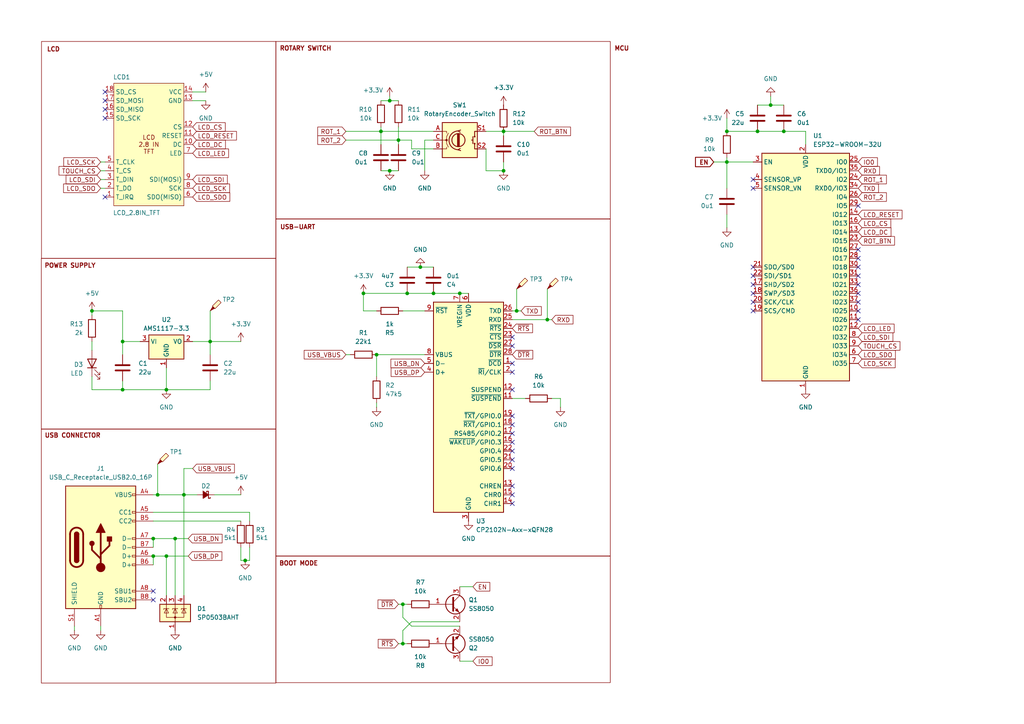
<source format=kicad_sch>
(kicad_sch (version 20250114) (generator "eeschema") (generator_version "9.0")
  (paper "A4")
  (title_block (title "Desk Control") (date "2025-03-02") (rev "1.0.0") (comment 1 "Author: Mubariz Ahmed"))
  (lib_symbols
    (symbol "Connector:TestPoint_Probe" (pin_numbers (hide yes)) (pin_names (offset 0.762) (hide yes))
      (property "Reference" "TP" (at 1.651 5.842 0))
      (property "Value" "TestPoint_Probe" (at 1.651 4.064 0))
      (symbol "TestPoint_Probe_1_1"
        (pin passive line (at 0 0 90) (length 0) (name "1") (number "1"))
      )
    )
    (symbol "Connector:USB_C_Receptacle_USB2.0_16P" (pin_names (offset 1.016))
      (property "Reference" "J" (at 0 22.225 0))
      (property "Value" "USB_C_Receptacle_USB2.0_16P" (at 0 19.685 0))
      (symbol "USB_C_Receptacle_USB2.0_16P_1_1"
        (pin passive line (at -7.62 -22.86 90) (length 5.08) (name "SHIELD") (number "S1"))
        (pin passive line (at 0 -22.86 90) (length 5.08) (name "GND") (number "A1"))
        (pin passive line (at 0 -22.86 90) (length 5.08) (hide yes) (name "GND") (number "A12"))
        (pin passive line (at 0 -22.86 90) (length 5.08) (hide yes) (name "GND") (number "B1"))
        (pin passive line (at 0 -22.86 90) (length 5.08) (hide yes) (name "GND") (number "B12"))
        (pin passive line (at 15.24 15.24 180) (length 5.08) (name "VBUS") (number "A4"))
        (pin passive line (at 15.24 15.24 180) (length 5.08) (hide yes) (name "VBUS") (number "A9"))
        (pin passive line (at 15.24 15.24 180) (length 5.08) (hide yes) (name "VBUS") (number "B4"))
        (pin passive line (at 15.24 15.24 180) (length 5.08) (hide yes) (name "VBUS") (number "B9"))
        (pin bidirectional line (at 15.24 10.16 180) (length 5.08) (name "CC1") (number "A5"))
        (pin bidirectional line (at 15.24 7.62 180) (length 5.08) (name "CC2") (number "B5"))
        (pin bidirectional line (at 15.24 2.54 180) (length 5.08) (name "D-") (number "A7"))
        (pin bidirectional line (at 15.24 0 180) (length 5.08) (name "D-") (number "B7"))
        (pin bidirectional line (at 15.24 -2.54 180) (length 5.08) (name "D+") (number "A6"))
        (pin bidirectional line (at 15.24 -5.08 180) (length 5.08) (name "D+") (number "B6"))
        (pin bidirectional line (at 15.24 -12.7 180) (length 5.08) (name "SBU1") (number "A8"))
        (pin bidirectional line (at 15.24 -15.24 180) (length 5.08) (name "SBU2") (number "B8"))
      )
    )
    (symbol "Custom:LCD_2.8IN_TFT"
      (property "Reference" "LCD" (at -10.414 20.066 0))
      (symbol "LCD_2.8IN_TFT_1_1"
        (text "LCD\n2.8 IN\nTFT" (at 0 0 0) (effects (font (size 1.27 1.27))))
        (pin bidirectional line (at -12.7 15.24 0) (length 2.54) (name "SD_CS") (number "18"))
        (pin bidirectional line (at -12.7 12.7 0) (length 2.54) (name "SD_MOSI") (number "17"))
        (pin bidirectional line (at -12.7 10.16 0) (length 2.54) (name "SD_MISO") (number "16"))
        (pin bidirectional line (at -12.7 7.62 0) (length 2.54) (name "SD_SCK") (number "15"))
        (pin bidirectional line (at -12.7 -5.08 0) (length 2.54) (name "T_CLK") (number "5"))
        (pin bidirectional line (at -12.7 -7.62 0) (length 2.54) (name "T_CS") (number "4"))
        (pin input line (at -12.7 -10.16 0) (length 2.54) (name "T_DIN") (number "3"))
        (pin output line (at -12.7 -12.7 0) (length 2.54) (name "T_DO") (number "2"))
        (pin output line (at -12.7 -15.24 0) (length 2.54) (name "T_IRQ") (number "1"))
        (pin power_in line (at 12.7 15.24 180) (length 2.54) (name "VCC") (number "14"))
        (pin power_in line (at 12.7 12.7 180) (length 2.54) (name "GND") (number "13"))
        (pin bidirectional line (at 12.7 5.08 180) (length 2.54) (name "CS") (number "12"))
        (pin input line (at 12.7 2.54 180) (length 2.54) (name "RESET") (number "11"))
        (pin bidirectional line (at 12.7 0 180) (length 2.54) (name "DC") (number "10"))
        (pin input line (at 12.7 -2.54 180) (length 2.54) (name "LED") (number "7"))
        (pin bidirectional line (at 12.7 -10.16 180) (length 2.54) (name "SDI(MOSI)") (number "9"))
        (pin bidirectional line (at 12.7 -12.7 180) (length 2.54) (name "SCK") (number "8"))
        (pin bidirectional line (at 12.7 -15.24 180) (length 2.54) (name "SDO(MISO)") (number "6"))
      )
    )
    (symbol "Device:C" (pin_numbers (hide yes)) (pin_names (offset 0.254))
      (property "Reference" "C" (at 0.635 2.54 0))
      (property "Value" "C" (at 0.635 -2.54 0))
      (symbol "C_1_1"
        (pin passive line (at 0 3.81 270) (length 2.794) (name "~") (number "1"))
        (pin passive line (at 0 -3.81 90) (length 2.794) (name "~") (number "2"))
      )
    )
    (symbol "Device:D_Schottky_Small_Filled" (pin_numbers (hide yes)) (pin_names (offset 0.254) (hide yes))
      (property "Reference" "D" (at -1.27 2.032 0))
      (property "Value" "D_Schottky_Small_Filled" (at -7.112 -2.032 0))
      (symbol "D_Schottky_Small_Filled_1_1"
        (pin passive line (at -2.54 0 0) (length 1.778) (name "K") (number "1"))
        (pin passive line (at 2.54 0 180) (length 1.778) (name "A") (number "2"))
      )
    )
    (symbol "Device:LED" (pin_numbers (hide yes)) (pin_names (offset 1.016) (hide yes))
      (property "Reference" "D" (at 0 2.54 0))
      (property "Value" "LED" (at 0 -2.54 0))
      (symbol "LED_1_1"
        (pin passive line (at -3.81 0 0) (length 2.54) (name "K") (number "1"))
        (pin passive line (at 3.81 0 180) (length 2.54) (name "A") (number "2"))
      )
    )
    (symbol "Device:R" (pin_numbers (hide yes)) (pin_names (offset 0))
      (property "Reference" "R" (at 2.032 0 90))
      (property "Value" "R" (at 0 0 90))
      (symbol "R_1_1"
        (pin passive line (at 0 3.81 270) (length 1.27) (name "~") (number "1"))
        (pin passive line (at 0 -3.81 90) (length 1.27) (name "~") (number "2"))
      )
    )
    (symbol "Device:RotaryEncoder_Switch" (pin_names (offset 0.254) (hide yes))
      (property "Reference" "SW" (at 0 6.604 0))
      (property "Value" "RotaryEncoder_Switch" (at 0 -6.604 0))
      (symbol "RotaryEncoder_Switch_1_1"
        (pin passive line (at -7.62 2.54 0) (length 2.54) (name "A") (number "A"))
        (pin passive line (at -7.62 0 0) (length 2.54) (name "C") (number "C"))
        (pin passive line (at -7.62 -2.54 0) (length 2.54) (name "B") (number "B"))
        (pin passive line (at 7.62 2.54 180) (length 2.54) (name "S1") (number "S1"))
        (pin passive line (at 7.62 -2.54 180) (length 2.54) (name "S2") (number "S2"))
      )
    )
    (symbol "Interface_USB:CP2102N-Axx-xQFN28"
      (property "Reference" "U" (at -8.89 31.75 0))
      (property "Value" "CP2102N-Axx-xQFN28" (at 12.7 31.75 0))
      (symbol "CP2102N-Axx-xQFN28_1_1"
        (pin input line (at -12.7 27.94 0) (length 2.54) (name "~{RST}") (number "9"))
        (pin input line (at -12.7 15.24 0) (length 2.54) (name "VBUS") (number "8"))
        (pin bidirectional line (at -12.7 12.7 0) (length 2.54) (name "D-") (number "5"))
        (pin bidirectional line (at -12.7 10.16 0) (length 2.54) (name "D+") (number "4"))
        (pin no_connect line (at -10.16 -27.94 0) (length 2.54) (hide yes) (name "NC") (number "10"))
        (pin power_in line (at -2.54 33.02 270) (length 2.54) (name "VREGIN") (number "7"))
        (pin power_in line (at 0 33.02 270) (length 2.54) (name "VDD") (number "6"))
        (pin passive line (at 0 -33.02 90) (length 2.54) (hide yes) (name "GND") (number "29"))
        (pin power_in line (at 0 -33.02 90) (length 2.54) (name "GND") (number "3"))
        (pin output line (at 12.7 27.94 180) (length 2.54) (name "TXD") (number "26"))
        (pin input line (at 12.7 25.4 180) (length 2.54) (name "RXD") (number "25"))
        (pin output line (at 12.7 22.86 180) (length 2.54) (name "~{RTS}") (number "24"))
        (pin input line (at 12.7 20.32 180) (length 2.54) (name "~{CTS}") (number "23"))
        (pin input line (at 12.7 17.78 180) (length 2.54) (name "~{DSR}") (number "27"))
        (pin output line (at 12.7 15.24 180) (length 2.54) (name "~{DTR}") (number "28"))
        (pin input line (at 12.7 12.7 180) (length 2.54) (name "~{DCD}") (number "1"))
        (pin bidirectional line (at 12.7 10.16 180) (length 2.54) (name "~{RI}/CLK") (number "2"))
        (pin output line (at 12.7 5.08 180) (length 2.54) (name "SUSPEND") (number "12"))
        (pin output line (at 12.7 2.54 180) (length 2.54) (name "~{SUSPEND}") (number "11"))
        (pin bidirectional line (at 12.7 -2.54 180) (length 2.54) (name "~{TXT}/GPIO.0") (number "19"))
        (pin bidirectional line (at 12.7 -5.08 180) (length 2.54) (name "~{RXT}/GPIO.1") (number "18"))
        (pin bidirectional line (at 12.7 -7.62 180) (length 2.54) (name "RS485/GPIO.2") (number "17"))
        (pin bidirectional line (at 12.7 -10.16 180) (length 2.54) (name "~{WAKEUP}/GPIO.3") (number "16"))
        (pin bidirectional line (at 12.7 -12.7 180) (length 2.54) (name "GPIO.4") (number "22"))
        (pin bidirectional line (at 12.7 -15.24 180) (length 2.54) (name "GPIO.5") (number "21"))
        (pin bidirectional line (at 12.7 -17.78 180) (length 2.54) (name "GPIO.6") (number "20"))
        (pin output line (at 12.7 -22.86 180) (length 2.54) (name "CHREN") (number "13"))
        (pin output line (at 12.7 -25.4 180) (length 2.54) (name "CHR0") (number "15"))
        (pin output line (at 12.7 -27.94 180) (length 2.54) (name "CHR1") (number "14"))
      )
    )
    (symbol "Power_Protection:SP0503BAHT" (pin_names (hide yes))
      (property "Reference" "D" (at 5.715 2.54 0))
      (property "Value" "SP0503BAHT" (at 5.715 0.635 0))
      (symbol "SP0503BAHT_0_0"
        (pin passive line (at 0 -5.08 90) (length 2.54) (name "A") (number "1"))
      )
      (symbol "SP0503BAHT_1_1"
        (pin passive line (at -2.54 5.08 270) (length 2.54) (name "K") (number "2"))
        (pin passive line (at 0 5.08 270) (length 2.54) (name "K") (number "3"))
        (pin passive line (at 2.54 5.08 270) (length 2.54) (name "K") (number "4"))
      )
    )
    (symbol "RF_Module:ESP32-WROOM-32U"
      (property "Reference" "U" (at -12.7 34.29 0))
      (property "Value" "ESP32-WROOM-32U" (at 1.27 34.29 0))
      (symbol "ESP32-WROOM-32U_1_1"
        (pin input line (at -15.24 30.48 0) (length 2.54) (name "EN") (number "3"))
        (pin input line (at -15.24 25.4 0) (length 2.54) (name "SENSOR_VP") (number "4"))
        (pin input line (at -15.24 22.86 0) (length 2.54) (name "SENSOR_VN") (number "5"))
        (pin bidirectional line (at -15.24 0 0) (length 2.54) (name "SDO/SD0") (number "21"))
        (pin bidirectional line (at -15.24 -2.54 0) (length 2.54) (name "SDI/SD1") (number "22"))
        (pin bidirectional line (at -15.24 -5.08 0) (length 2.54) (name "SHD/SD2") (number "17"))
        (pin bidirectional line (at -15.24 -7.62 0) (length 2.54) (name "SWP/SD3") (number "18"))
        (pin bidirectional line (at -15.24 -10.16 0) (length 2.54) (name "SCK/CLK") (number "20"))
        (pin bidirectional line (at -15.24 -12.7 0) (length 2.54) (name "SCS/CMD") (number "19"))
        (pin no_connect line (at -12.7 -27.94 0) (length 2.54) (hide yes) (name "NC") (number "32"))
        (pin power_in line (at 0 35.56 270) (length 2.54) (name "VDD") (number "2"))
        (pin power_in line (at 0 -35.56 90) (length 2.54) (name "GND") (number "1"))
        (pin passive line (at 0 -35.56 90) (length 2.54) (hide yes) (name "GND") (number "15"))
        (pin passive line (at 0 -35.56 90) (length 2.54) (hide yes) (name "GND") (number "38"))
        (pin passive line (at 0 -35.56 90) (length 2.54) (hide yes) (name "GND") (number "39"))
        (pin bidirectional line (at 15.24 30.48 180) (length 2.54) (name "IO0") (number "25"))
        (pin bidirectional line (at 15.24 27.94 180) (length 2.54) (name "TXD0/IO1") (number "35"))
        (pin bidirectional line (at 15.24 25.4 180) (length 2.54) (name "IO2") (number "24"))
        (pin bidirectional line (at 15.24 22.86 180) (length 2.54) (name "RXD0/IO3") (number "34"))
        (pin bidirectional line (at 15.24 20.32 180) (length 2.54) (name "IO4") (number "26"))
        (pin bidirectional line (at 15.24 17.78 180) (length 2.54) (name "IO5") (number "29"))
        (pin bidirectional line (at 15.24 15.24 180) (length 2.54) (name "IO12") (number "14"))
        (pin bidirectional line (at 15.24 12.7 180) (length 2.54) (name "IO13") (number "16"))
        (pin bidirectional line (at 15.24 10.16 180) (length 2.54) (name "IO14") (number "13"))
        (pin bidirectional line (at 15.24 7.62 180) (length 2.54) (name "IO15") (number "23"))
        (pin bidirectional line (at 15.24 5.08 180) (length 2.54) (name "IO16") (number "27"))
        (pin bidirectional line (at 15.24 2.54 180) (length 2.54) (name "IO17") (number "28"))
        (pin bidirectional line (at 15.24 0 180) (length 2.54) (name "IO18") (number "30"))
        (pin bidirectional line (at 15.24 -2.54 180) (length 2.54) (name "IO19") (number "31"))
        (pin bidirectional line (at 15.24 -5.08 180) (length 2.54) (name "IO21") (number "33"))
        (pin bidirectional line (at 15.24 -7.62 180) (length 2.54) (name "IO22") (number "36"))
        (pin bidirectional line (at 15.24 -10.16 180) (length 2.54) (name "IO23") (number "37"))
        (pin bidirectional line (at 15.24 -12.7 180) (length 2.54) (name "IO25") (number "10"))
        (pin bidirectional line (at 15.24 -15.24 180) (length 2.54) (name "IO26") (number "11"))
        (pin bidirectional line (at 15.24 -17.78 180) (length 2.54) (name "IO27") (number "12"))
        (pin bidirectional line (at 15.24 -20.32 180) (length 2.54) (name "IO32") (number "8"))
        (pin bidirectional line (at 15.24 -22.86 180) (length 2.54) (name "IO33") (number "9"))
        (pin input line (at 15.24 -25.4 180) (length 2.54) (name "IO34") (number "6"))
        (pin input line (at 15.24 -27.94 180) (length 2.54) (name "IO35") (number "7"))
      )
    )
    (symbol "Regulator_Linear:AMS1117-3.3"
      (property "Reference" "U" (at -3.81 3.175 0))
      (property "Value" "AMS1117-3.3" (at 0 3.175 0))
      (symbol "AMS1117-3.3_1_1"
        (pin power_in line (at -7.62 0 0) (length 2.54) (name "VI") (number "3"))
        (pin power_in line (at 0 -7.62 90) (length 2.54) (name "GND") (number "1"))
        (pin power_out line (at 7.62 0 180) (length 2.54) (name "VO") (number "2"))
      )
    )
    (symbol "Transistor_BJT:SS8050" (pin_names (offset 0) (hide yes))
      (property "Reference" "Q" (at 5.08 1.905 0))
      (property "Value" "SS8050" (at 5.08 0 0))
      (symbol "SS8050_1_1"
        (pin input line (at -5.08 0 0) (length 2.54) (name "B") (number "1"))
        (pin passive line (at 2.54 5.08 270) (length 2.54) (name "C") (number "3"))
        (pin passive line (at 2.54 -5.08 90) (length 2.54) (name "E") (number "2"))
      )
    )
    (symbol "power:+3.3V" (power) (pin_numbers (hide yes)) (pin_names (offset 0) (hide yes))
      (property "Value" "+3.3V" (at 0 3.556 0))
      (symbol "+3.3V_1_1"
        (pin power_in line (at 0 0 90) (length 0) (name "~") (number "1"))
      )
    )
    (symbol "power:+5V" (power) (pin_numbers (hide yes)) (pin_names (offset 0) (hide yes))
      (property "Value" "+5V" (at 0 3.556 0))
      (symbol "+5V_1_1"
        (pin power_in line (at 0 0 90) (length 0) (name "~") (number "1"))
      )
    )
    (symbol "power:GND" (power) (pin_numbers (hide yes)) (pin_names (offset 0) (hide yes))
      (property "Value" "GND" (at 0 -3.81 0))
      (symbol "GND_1_1"
        (pin power_in line (at 0 0 270) (length 0) (name "~") (number "1"))
      )
    )
  )
  (rectangle (start 12.0367 12.0273) (end 80.01 74.93) (stroke (width 0) (color 132 0 0 1)))
  (rectangle (start 11.9794 74.93) (end 80.01 124.46) (stroke (width 0) (color 132 0 0 1)))
  (rectangle (start 80.01 12.029) (end 177.0104 63.4999) (stroke (width 0) (color 132 0 0 1)))
  (rectangle (start 80.01 161.29) (end 177.0036 197.9974) (stroke (width 0) (color 132 0 0 1)))
  (rectangle (start 11.9845 124.46) (end 80.01 198.12) (stroke (width 0) (color 132 0 0 1)))
  (rectangle (start 80.01 63.5) (end 177.0104 161.2758) (stroke (width 0) (color 132 0 0 1)))
  (text "LCD" (at 15.494 14.478 0) (effects (font (size 1.27 1.27) (thickness 0.254) (bold yes))))
  (text "USB-UART" (at 86.36 66.04 0) (effects (font (size 1.27 1.27) (thickness 0.254) (bold yes))))
  (text "USB CONNECTOR" (at 21.082 126.492 0) (effects (font (size 1.27 1.27) (thickness 0.254) (bold yes))))
  (text "BOOT MODE" (at 86.614 163.576 0) (effects (font (size 1.27 1.27) (thickness 0.254) (bold yes))))
  (text "POWER SUPPLY" (at 20.32 77.216 0) (effects (font (size 1.27 1.27) (thickness 0.254) (bold yes))))
  (text "ROTARY SWITCH" (at 88.646 14.224 0) (effects (font (size 1.27 1.27) (thickness 0.254) (bold yes))))
  (text "MCU" (at 180.34 14.224 0) (effects (font (size 1.27 1.27) (thickness 0.254) (bold yes))))
  (junction (at 149.86 90.17))
  (junction (at 223.52 30.48))
  (junction (at 48.26 113.03))
  (junction (at 118.11 85.09))
  (junction (at 113.03 49.53))
  (junction (at 60.96 99.06))
  (junction (at 71.12 162.56))
  (junction (at 109.22 102.87))
  (junction (at 133.35 85.09))
  (junction (at 146.05 38.1))
  (junction (at 116.84 175.26))
  (junction (at 48.26 161.29))
  (junction (at 44.45 156.21))
  (junction (at 116.84 186.69))
  (junction (at 227.33 38.1))
  (junction (at 113.03 29.21))
  (junction (at 45.72 143.51))
  (junction (at 146.05 49.53))
  (junction (at 219.71 38.1))
  (junction (at 158.75 92.71))
  (junction (at 210.82 46.99))
  (junction (at 115.57 40.64))
  (junction (at 105.41 85.09))
  (junction (at 35.56 113.03))
  (junction (at 44.45 161.29))
  (junction (at 50.8 156.21))
  (junction (at 53.34 143.51))
  (junction (at 210.82 38.1))
  (junction (at 26.67 90.17))
  (junction (at 121.92 77.47))
  (junction (at 125.73 85.09))
  (junction (at 110.49 38.1))
  (junction (at 35.56 99.06))
  (no_connect (at 218.44 85.09))
  (no_connect (at 248.92 80.01))
  (no_connect (at 30.48 57.15))
  (no_connect (at 248.92 72.39))
  (no_connect (at 30.48 34.29))
  (no_connect (at 148.59 133.35))
  (no_connect (at 218.44 87.63))
  (no_connect (at 148.59 113.03))
  (no_connect (at 148.59 128.27))
  (no_connect (at 248.92 87.63))
  (no_connect (at 248.92 74.93))
  (no_connect (at 248.92 85.09))
  (no_connect (at 218.44 54.61))
  (no_connect (at 218.44 82.55))
  (no_connect (at 44.45 173.99))
  (no_connect (at 248.92 90.17))
  (no_connect (at 148.59 140.97))
  (no_connect (at 148.59 120.65))
  (no_connect (at 148.59 100.33))
  (no_connect (at 148.59 130.81))
  (no_connect (at 148.59 123.19))
  (no_connect (at 148.59 125.73))
  (no_connect (at 248.92 92.71))
  (no_connect (at 30.48 26.67))
  (no_connect (at 148.59 105.41))
  (no_connect (at 30.48 31.75))
  (no_connect (at 148.59 146.05))
  (no_connect (at 248.92 77.47))
  (no_connect (at 218.44 52.07))
  (no_connect (at 148.59 97.79))
  (no_connect (at 30.48 29.21))
  (no_connect (at 218.44 77.47))
  (no_connect (at 218.44 90.17))
  (no_connect (at 248.92 82.55))
  (no_connect (at 218.44 80.01))
  (no_connect (at 44.45 171.45))
  (no_connect (at 248.92 59.69))
  (no_connect (at 148.59 107.95))
  (no_connect (at 148.59 143.51))
  (no_connect (at 148.59 135.89))
  (wire (pts (xy 151.13 90.17) (xy 149.86 90.17)))
  (wire (pts (xy 110.49 49.53) (xy 113.03 49.53)))
  (wire (pts (xy 149.86 90.17) (xy 148.59 90.17)))
  (wire (pts (xy 60.96 99.06) (xy 69.85 99.06)))
  (wire (pts (xy 146.05 38.1) (xy 154.94 38.1)))
  (wire (pts (xy 135.89 85.09) (xy 133.35 85.09)))
  (wire (pts (xy 44.45 148.59) (xy 72.39 148.59)))
  (wire (pts (xy 100.33 38.1) (xy 110.49 38.1)))
  (wire (pts (xy 26.67 99.06) (xy 26.67 101.6)))
  (wire (pts (xy 121.92 77.47) (xy 125.73 77.47)))
  (wire (pts (xy 113.03 27.94) (xy 113.03 29.21)))
  (wire (pts (xy 149.86 83.82) (xy 149.86 90.17)))
  (wire (pts (xy 162.56 115.57) (xy 160.02 115.57)))
  (wire (pts (xy 207.01 46.99) (xy 210.82 46.99)))
  (wire (pts (xy 119.38 43.18) (xy 119.38 40.64)))
  (wire (pts (xy 125.73 43.18) (xy 119.38 43.18)))
  (wire (pts (xy 133.35 191.77) (xy 137.16 191.77)))
  (wire (pts (xy 35.56 90.17) (xy 35.56 99.06)))
  (wire (pts (xy 44.45 161.29) (xy 48.26 161.29)))
  (wire (pts (xy 55.88 26.67) (xy 59.69 26.67)))
  (wire (pts (xy 29.21 54.61) (xy 30.48 54.61)))
  (wire (pts (xy 45.72 143.51) (xy 53.34 143.51)))
  (wire (pts (xy 44.45 143.51) (xy 45.72 143.51)))
  (wire (pts (xy 55.88 29.21) (xy 59.69 29.21)))
  (wire (pts (xy 60.96 90.17) (xy 60.96 99.06)))
  (wire (pts (xy 35.56 113.03) (xy 48.26 113.03)))
  (wire (pts (xy 158.75 92.71) (xy 148.59 92.71)))
  (wire (pts (xy 125.73 40.64) (xy 123.19 40.64)))
  (wire (pts (xy 26.67 109.22) (xy 26.67 113.03)))
  (wire (pts (xy 140.97 43.18) (xy 140.97 49.53)))
  (wire (pts (xy 48.26 161.29) (xy 54.61 161.29)))
  (wire (pts (xy 60.96 113.03) (xy 48.26 113.03)))
  (wire (pts (xy 60.96 99.06) (xy 60.96 102.87)))
  (wire (pts (xy 113.03 29.21) (xy 115.57 29.21)))
  (wire (pts (xy 48.26 106.68) (xy 48.26 113.03)))
  (wire (pts (xy 50.8 156.21) (xy 54.61 156.21)))
  (wire (pts (xy 69.85 158.75) (xy 69.85 162.56)))
  (wire (pts (xy 35.56 110.49) (xy 35.56 113.03)))
  (wire (pts (xy 109.22 116.84) (xy 109.22 118.11)))
  (wire (pts (xy 113.03 49.53) (xy 115.57 49.53)))
  (wire (pts (xy 29.21 49.53) (xy 30.48 49.53)))
  (wire (pts (xy 119.38 180.34) (xy 133.35 180.34)))
  (wire (pts (xy 53.34 143.51) (xy 57.15 143.51)))
  (wire (pts (xy 53.34 143.51) (xy 53.34 135.89)))
  (wire (pts (xy 21.59 181.61) (xy 21.59 182.88)))
  (wire (pts (xy 60.96 110.49) (xy 60.96 113.03)))
  (wire (pts (xy 210.82 46.99) (xy 210.82 54.61)))
  (wire (pts (xy 140.97 38.1) (xy 146.05 38.1)))
  (wire (pts (xy 115.57 40.64) (xy 115.57 41.91)))
  (wire (pts (xy 109.22 102.87) (xy 109.22 109.22)))
  (wire (pts (xy 44.45 158.75) (xy 44.45 156.21)))
  (wire (pts (xy 72.39 148.59) (xy 72.39 151.13)))
  (wire (pts (xy 116.84 186.69) (xy 118.11 186.69)))
  (wire (pts (xy 123.19 102.87) (xy 109.22 102.87)))
  (wire (pts (xy 53.34 135.89) (xy 55.88 135.89)))
  (wire (pts (xy 115.57 36.83) (xy 115.57 40.64)))
  (wire (pts (xy 110.49 29.21) (xy 113.03 29.21)))
  (wire (pts (xy 233.68 38.1) (xy 233.68 41.91)))
  (wire (pts (xy 119.38 40.64) (xy 115.57 40.64)))
  (wire (pts (xy 53.34 143.51) (xy 53.34 172.72)))
  (wire (pts (xy 158.75 83.82) (xy 158.75 92.71)))
  (wire (pts (xy 72.39 158.75) (xy 72.39 162.56)))
  (wire (pts (xy 116.84 182.88) (xy 119.38 180.34)))
  (wire (pts (xy 109.22 90.17) (xy 105.41 90.17)))
  (wire (pts (xy 210.82 62.23) (xy 210.82 66.04)))
  (wire (pts (xy 115.57 186.69) (xy 116.84 186.69)))
  (wire (pts (xy 44.45 163.83) (xy 44.45 161.29)))
  (wire (pts (xy 26.67 113.03) (xy 35.56 113.03)))
  (wire (pts (xy 210.82 46.99) (xy 218.44 46.99)))
  (wire (pts (xy 146.05 38.1) (xy 146.05 39.37)))
  (wire (pts (xy 123.19 40.64) (xy 123.19 49.53)))
  (wire (pts (xy 118.11 85.09) (xy 125.73 85.09)))
  (wire (pts (xy 223.52 27.94) (xy 223.52 30.48)))
  (wire (pts (xy 118.11 77.47) (xy 121.92 77.47)))
  (wire (pts (xy 105.41 90.17) (xy 105.41 85.09)))
  (wire (pts (xy 125.73 85.09) (xy 133.35 85.09)))
  (wire (pts (xy 160.02 92.71) (xy 158.75 92.71)))
  (wire (pts (xy 26.67 90.17) (xy 35.56 90.17)))
  (wire (pts (xy 219.71 38.1) (xy 227.33 38.1)))
  (wire (pts (xy 62.23 143.51) (xy 69.85 143.51)))
  (wire (pts (xy 116.84 182.88) (xy 116.84 186.69)))
  (wire (pts (xy 35.56 99.06) (xy 35.56 102.87)))
  (wire (pts (xy 45.72 134.62) (xy 45.72 143.51)))
  (wire (pts (xy 35.56 99.06) (xy 40.64 99.06)))
  (wire (pts (xy 140.97 49.53) (xy 146.05 49.53)))
  (wire (pts (xy 133.35 170.18) (xy 137.16 170.18)))
  (wire (pts (xy 210.82 34.29) (xy 210.82 38.1)))
  (wire (pts (xy 116.84 90.17) (xy 123.19 90.17)))
  (wire (pts (xy 223.52 30.48) (xy 227.33 30.48)))
  (wire (pts (xy 110.49 38.1) (xy 110.49 41.91)))
  (wire (pts (xy 116.84 175.26) (xy 118.11 175.26)))
  (wire (pts (xy 210.82 45.72) (xy 210.82 46.99)))
  (wire (pts (xy 100.33 102.87) (xy 101.6 102.87)))
  (wire (pts (xy 44.45 151.13) (xy 69.85 151.13)))
  (wire (pts (xy 69.85 162.56) (xy 71.12 162.56)))
  (wire (pts (xy 148.59 115.57) (xy 152.4 115.57)))
  (wire (pts (xy 162.56 118.11) (xy 162.56 115.57)))
  (wire (pts (xy 119.38 181.61) (xy 116.84 179.07)))
  (wire (pts (xy 29.21 181.61) (xy 29.21 182.88)))
  (wire (pts (xy 219.71 30.48) (xy 223.52 30.48)))
  (wire (pts (xy 115.57 175.26) (xy 116.84 175.26)))
  (wire (pts (xy 44.45 156.21) (xy 50.8 156.21)))
  (wire (pts (xy 110.49 38.1) (xy 125.73 38.1)))
  (wire (pts (xy 233.68 38.1) (xy 227.33 38.1)))
  (wire (pts (xy 55.88 99.06) (xy 60.96 99.06)))
  (wire (pts (xy 26.67 90.17) (xy 26.67 91.44)))
  (wire (pts (xy 100.33 40.64) (xy 115.57 40.64)))
  (wire (pts (xy 210.82 38.1) (xy 219.71 38.1)))
  (wire (pts (xy 146.05 46.99) (xy 146.05 49.53)))
  (wire (pts (xy 105.41 85.09) (xy 118.11 85.09)))
  (wire (pts (xy 29.21 46.99) (xy 30.48 46.99)))
  (wire (pts (xy 110.49 36.83) (xy 110.49 38.1)))
  (wire (pts (xy 71.12 162.56) (xy 72.39 162.56)))
  (wire (pts (xy 48.26 161.29) (xy 48.26 172.72)))
  (wire (pts (xy 116.84 175.26) (xy 116.84 179.07)))
  (wire (pts (xy 119.38 181.61) (xy 133.35 181.61)))
  (wire (pts (xy 29.21 52.07) (xy 30.48 52.07)))
  (wire (pts (xy 50.8 156.21) (xy 50.8 172.72)))
  (global_label "USB_DP" (shape input) (at 123.19 107.95 180) (property "Intersheetrefs" "${INTERSHEET_REFS}" (effects (hide yes))))
  (global_label "USB_DP" (shape input) (at 54.61 161.29 0) (property "Intersheetrefs" "${INTERSHEET_REFS}" (effects (hide yes))))
  (global_label "LCD_SDO" (shape input) (at 29.21 54.61 180) (property "Intersheetrefs" "${INTERSHEET_REFS}" (effects (hide yes))))
  (global_label "~{DTR}" (shape input) (at 115.57 175.26 180) (property "Intersheetrefs" "${INTERSHEET_REFS}" (effects (hide yes))))
  (global_label "IO0" (shape input) (at 248.92 46.99 0) (property "Intersheetrefs" "${INTERSHEET_REFS}" (effects (hide yes))))
  (global_label "RXD" (shape input) (at 248.92 49.53 0) (property "Intersheetrefs" "${INTERSHEET_REFS}" (effects (hide yes))))
  (global_label "ROT_1" (shape input) (at 248.92 52.07 0) (property "Intersheetrefs" "${INTERSHEET_REFS}" (effects (hide yes))))
  (global_label "LCD_SDO" (shape input) (at 55.88 57.15 0) (property "Intersheetrefs" "${INTERSHEET_REFS}" (effects (hide yes))))
  (global_label "LCD_SDI" (shape input) (at 29.21 52.07 180) (property "Intersheetrefs" "${INTERSHEET_REFS}" (effects (hide yes))))
  (global_label "USB_VBUS" (shape input) (at 55.88 135.89 0) (property "Intersheetrefs" "${INTERSHEET_REFS}" (effects (hide yes))))
  (global_label "LCD_CS" (shape input) (at 248.92 64.77 0) (property "Intersheetrefs" "${INTERSHEET_REFS}" (effects (hide yes))))
  (global_label "LCD_SCK" (shape input) (at 55.88 54.61 0) (property "Intersheetrefs" "${INTERSHEET_REFS}" (effects (hide yes))))
  (global_label "USB_DN" (shape input) (at 123.19 105.41 180) (property "Intersheetrefs" "${INTERSHEET_REFS}" (effects (hide yes))))
  (global_label "LCD_LED" (shape input) (at 55.88 44.45 0) (property "Intersheetrefs" "${INTERSHEET_REFS}" (effects (hide yes))))
  (global_label "TOUCH_CS" (shape input) (at 248.92 100.33 0) (property "Intersheetrefs" "${INTERSHEET_REFS}" (effects (hide yes))))
  (global_label "LCD_RESET" (shape input) (at 55.88 39.37 0) (property "Intersheetrefs" "${INTERSHEET_REFS}" (effects (hide yes))))
  (global_label "USB_VBUS" (shape input) (at 100.33 102.87 180) (property "Intersheetrefs" "${INTERSHEET_REFS}" (effects (hide yes))))
  (global_label "LCD_DC" (shape input) (at 55.88 41.91 0) (property "Intersheetrefs" "${INTERSHEET_REFS}" (effects (hide yes))))
  (global_label "LCD_DC" (shape input) (at 248.92 67.31 0) (property "Intersheetrefs" "${INTERSHEET_REFS}" (effects (hide yes))))
  (global_label "LCD_SCK" (shape input) (at 29.21 46.99 180) (property "Intersheetrefs" "${INTERSHEET_REFS}" (effects (hide yes))))
  (global_label "LCD_CS" (shape input) (at 55.88 36.83 0) (property "Intersheetrefs" "${INTERSHEET_REFS}" (effects (hide yes))))
  (global_label "TXD" (shape input) (at 151.13 90.17 0) (property "Intersheetrefs" "${INTERSHEET_REFS}" (effects (hide yes))))
  (global_label "LCD_SDI" (shape input) (at 248.92 97.79 0) (property "Intersheetrefs" "${INTERSHEET_REFS}" (effects (hide yes))))
  (global_label "~{DTR}" (shape input) (at 148.59 102.87 0) (property "Intersheetrefs" "${INTERSHEET_REFS}" (effects (hide yes))))
  (global_label "~{RTS}" (shape input) (at 148.59 95.25 0) (property "Intersheetrefs" "${INTERSHEET_REFS}" (effects (hide yes))))
  (global_label "LCD_SDI" (shape input) (at 55.88 52.07 0) (property "Intersheetrefs" "${INTERSHEET_REFS}" (effects (hide yes))))
  (global_label "TOUCH_CS" (shape input) (at 29.21 49.53 180) (property "Intersheetrefs" "${INTERSHEET_REFS}" (effects (hide yes))))
  (global_label "ROT_2" (shape input) (at 100.33 40.64 180) (property "Intersheetrefs" "${INTERSHEET_REFS}" (effects (hide yes))))
  (global_label "LCD_SDO" (shape input) (at 248.92 102.87 0) (property "Intersheetrefs" "${INTERSHEET_REFS}" (effects (hide yes))))
  (global_label "TXD" (shape input) (at 248.92 54.61 0) (property "Intersheetrefs" "${INTERSHEET_REFS}" (effects (hide yes))))
  (global_label "ROT_1" (shape input) (at 100.33 38.1 180) (property "Intersheetrefs" "${INTERSHEET_REFS}" (effects (hide yes))))
  (global_label "ROT_2" (shape input) (at 248.92 57.15 0) (property "Intersheetrefs" "${INTERSHEET_REFS}" (effects (hide yes))))
  (global_label "ROT_BTN" (shape input) (at 248.92 69.85 0) (property "Intersheetrefs" "${INTERSHEET_REFS}" (effects (hide yes))))
  (global_label "LCD_RESET" (shape input) (at 248.92 62.23 0) (property "Intersheetrefs" "${INTERSHEET_REFS}" (effects (hide yes))))
  (global_label "ROT_BTN" (shape input) (at 154.94 38.1 0) (property "Intersheetrefs" "${INTERSHEET_REFS}" (effects (hide yes))))
  (global_label "IO0" (shape input) (at 137.16 191.77 0) (property "Intersheetrefs" "${INTERSHEET_REFS}" (effects (hide yes))))
  (global_label "EN" (shape input) (at 207.01 46.99 180) (effects (font (thickness 0.254) (bold yes))) (property "Intersheetrefs" "${INTERSHEET_REFS}" (effects (hide yes))))
  (global_label "EN" (shape input) (at 137.16 170.18 0) (property "Intersheetrefs" "${INTERSHEET_REFS}" (effects (hide yes))))
  (global_label "USB_DN" (shape input) (at 54.61 156.21 0) (property "Intersheetrefs" "${INTERSHEET_REFS}" (effects (hide yes))))
  (global_label "LCD_LED" (shape input) (at 248.92 95.25 0) (property "Intersheetrefs" "${INTERSHEET_REFS}" (effects (hide yes))))
  (global_label "~{RTS}" (shape input) (at 115.57 186.69 180) (property "Intersheetrefs" "${INTERSHEET_REFS}" (effects (hide yes))))
  (global_label "LCD_SCK" (shape input) (at 248.92 105.41 0) (property "Intersheetrefs" "${INTERSHEET_REFS}" (effects (hide yes))))
  (global_label "RXD" (shape input) (at 160.02 92.71 0) (property "Intersheetrefs" "${INTERSHEET_REFS}" (effects (hide yes))))
  (symbol (lib_id "Device:R") (at 146.05 34.29 0) (unit 1)
    (property "Reference" "R12" (at 148.59 33.0199 0) (effects (justify left)))
    (property "Value" "10k" (at 148.59 35.5599 0) (effects (justify left)))
    (property "Footprint" "Resistor_SMD:R_1206_3216Metric" (effects (hide yes)))
    (property "Description" "Resistor" (effects (hide yes)))
  )
  (symbol (lib_id "Connector:TestPoint_Probe") (at 149.86 83.82 0) (unit 1)
    (property "Reference" "TP3" (at 153.67 80.9624 0) (effects (justify left)))
    (property "Value" "TestPoint_Probe" (effects (hide yes)))
    (property "Footprint" "TestPoint:TestPoint_Pad_D1.0mm" (effects (hide yes)))
    (property "Description" "test point (alternative probe-style design)" (effects (hide yes)))
  )
  (symbol (lib_id "power:GND") (at 233.68 113.03 0) (unit 1)
    (property "Reference" "#PWR019" (effects (hide yes)))
    (property "Value" "GND" (at 233.68 118.11 0))
    (property "Description" "Power symbol creates a global label with name \"GND\" , ground" (effects (hide yes)))
  )
  (symbol (lib_id "Device:R") (at 109.22 113.03 180) (unit 1)
    (property "Reference" "R2" (at 111.76 111.7599 0) (effects (justify right)))
    (property "Value" "47k5" (at 111.76 114.2999 0) (effects (justify right)))
    (property "Footprint" "Resistor_SMD:R_1206_3216Metric" (effects (hide yes)))
    (property "Description" "Resistor" (effects (hide yes)))
  )
  (symbol (lib_id "Device:R") (at 121.92 186.69 90) (mirror x) (unit 1)
    (property "Reference" "R8" (at 121.92 193.04 90))
    (property "Value" "10k" (at 121.92 190.5 90))
    (property "Footprint" "Resistor_SMD:R_1206_3216Metric" (effects (hide yes)))
    (property "Description" "Resistor" (effects (hide yes)))
  )
  (symbol (lib_id "power:+3.3V") (at 113.03 27.94 0) (unit 1)
    (property "Reference" "#PWR021" (effects (hide yes)))
    (property "Value" "+3.3V" (at 108.204 26.162 0))
    (property "Description" "Power symbol creates a global label with name \"+3.3V\"" (effects (hide yes)))
  )
  (symbol (lib_id "Device:R") (at 105.41 102.87 90) (unit 1)
    (property "Reference" "R1" (at 105.41 96.52 90))
    (property "Value" "22k1" (at 105.41 99.06 90))
    (property "Footprint" "Resistor_SMD:R_1206_3216Metric" (effects (hide yes)))
    (property "Description" "Resistor" (effects (hide yes)))
  )
  (symbol (lib_id "Device:D_Schottky_Small_Filled") (at 59.69 143.51 180) (unit 1)
    (property "Reference" "D2" (at 59.69 140.97 0))
    (property "Value" "D_Schottky_Small_Filled" (effects (hide yes)))
    (property "Footprint" "Diode_SMD:D_SOD-323F" (effects (hide yes)))
    (property "Description" "Schottky diode, small symbol, filled shape" (effects (hide yes)))
  )
  (symbol (lib_id "Custom:LCD_2.8IN_TFT") (at 43.18 41.91 0) (unit 1)
    (property "Reference" "LCD1" (at 35.306 22.352 0))
    (property "Value" "LCD_2.8IN_TFT" (at 39.624 61.722 0))
    (property "Footprint" "Custom:LCD_2.8_TFT" (effects (hide yes)))
  )
  (symbol (lib_id "power:GND") (at 135.89 151.13 0) (unit 1)
    (property "Reference" "#PWR018" (effects (hide yes)))
    (property "Value" "GND" (at 135.89 156.21 0))
    (property "Description" "Power symbol creates a global label with name \"GND\" , ground" (effects (hide yes)))
  )
  (symbol (lib_id "power:+3.3V") (at 210.82 34.29 0) (unit 1)
    (property "Reference" "#PWR013" (effects (hide yes)))
    (property "Value" "+3.3V" (at 206.502 34.29 0))
    (property "Description" "Power symbol creates a global label with name \"+3.3V\"" (effects (hide yes)))
  )
  (symbol (lib_id "power:+3.3V") (at 105.41 85.09 0) (unit 1)
    (property "Reference" "#PWR07" (effects (hide yes)))
    (property "Value" "+3.3V" (at 105.41 80.01 0))
    (property "Description" "Power symbol creates a global label with name \"+3.3V\"" (effects (hide yes)))
  )
  (symbol (lib_id "power:GND") (at 121.92 77.47 0) (mirror x) (unit 1)
    (property "Reference" "#PWR08" (effects (hide yes)))
    (property "Value" "GND" (at 121.92 72.39 0))
    (property "Description" "Power symbol creates a global label with name \"GND\" , ground" (effects (hide yes)))
  )
  (symbol (lib_id "Device:C") (at 35.56 106.68 0) (unit 1)
    (property "Reference" "C1" (at 40.132 105.41 0) (effects (justify left)))
    (property "Value" "22u" (at 40.132 107.95 0) (effects (justify left)))
    (property "Footprint" "Capacitor_SMD:C_1206_3216Metric_Pad1.33x1.80mm_HandSolder" (effects (hide yes)))
    (property "Description" "Unpolarized capacitor" (effects (hide yes)))
  )
  (symbol (lib_id "Device:R") (at 26.67 95.25 0) (mirror x) (unit 1)
    (property "Reference" "R13" (at 24.13 93.9799 0) (effects (justify right)))
    (property "Value" "2k" (at 24.13 96.5199 0) (effects (justify right)))
    (property "Footprint" "Resistor_SMD:R_1206_3216Metric" (effects (hide yes)))
    (property "Description" "Resistor" (effects (hide yes)))
  )
  (symbol (lib_id "Connector:TestPoint_Probe") (at 60.96 90.17 0) (unit 1)
    (property "Reference" "TP2" (at 64.516 86.868 0) (effects (justify left)))
    (property "Value" "TestPoint_Probe" (effects (hide yes)))
    (property "Footprint" "TestPoint:TestPoint_Pad_D1.0mm" (effects (hide yes)))
    (property "Description" "test point (alternative probe-style design)" (effects (hide yes)))
  )
  (symbol (lib_id "Connector:USB_C_Receptacle_USB2.0_16P") (at 29.21 158.75 0) (unit 1)
    (property "Reference" "J1" (at 29.21 135.89 0))
    (property "Value" "USB_C_Receptacle_USB2.0_16P" (at 29.21 138.43 0))
    (property "Footprint" "Connector_USB:USB_C_Receptacle_GCT_USB4110" (effects (hide yes)))
    (property "Datasheet" "https://www.usb.org/sites/default/files/documents/usb_type-c.zip" (effects (hide yes)))
    (property "Description" "USB 2.0-only 16P Type-C Receptacle connector" (effects (hide yes)))
  )
  (symbol (lib_id "Device:RotaryEncoder_Switch") (at 133.35 40.64 0) (unit 1)
    (property "Reference" "SW1" (at 133.35 30.48 0))
    (property "Value" "RotaryEncoder_Switch" (at 133.35 33.02 0))
    (property "Footprint" "Custom:Bourns-PEC11R-4220F-S0024-0-0-0" (effects (hide yes)))
    (property "Description" "Rotary encoder, dual channel, incremental quadrate outputs, with switch" (effects (hide yes)))
  )
  (symbol (lib_id "Device:R") (at 69.85 154.94 0) (unit 1)
    (property "Reference" "R4" (at 68.326 153.67 0) (effects (justify right)))
    (property "Value" "5k1" (at 68.58 155.956 0) (effects (justify right)))
    (property "Footprint" "Resistor_SMD:R_1206_3216Metric" (effects (hide yes)))
    (property "Description" "Resistor" (effects (hide yes)))
  )
  (symbol (lib_id "Transistor_BJT:SS8050") (at 130.81 186.69 0) (mirror x) (unit 1)
    (property "Reference" "Q2" (at 135.89 187.9601 0) (effects (justify left)))
    (property "Value" "SS8050" (at 135.89 185.4201 0) (effects (justify left)))
    (property "Footprint" "Package_TO_SOT_SMD:SOT-23" (effects (hide yes)))
    (property "Datasheet" "http://www.secosgmbh.com/datasheet/products/SSMPTransistor/SOT-23/SS8050.pdf" (effects (hide yes)))
    (property "Description" "General Purpose NPN Transistor, 1.5A Ic, 25V Vce, SOT-23" (effects (hide yes)))
  )
  (symbol (lib_id "Device:C") (at 115.57 45.72 0) (unit 1)
    (property "Reference" "C9" (at 119.38 44.4499 0) (effects (justify left)))
    (property "Value" "0u1" (at 119.38 46.9899 0) (effects (justify left)))
    (property "Footprint" "Capacitor_SMD:C_1206_3216Metric_Pad1.33x1.80mm_HandSolder" (effects (hide yes)))
    (property "Description" "Unpolarized capacitor" (effects (hide yes)))
  )
  (symbol (lib_id "Connector:TestPoint_Probe") (at 158.75 83.82 0) (unit 1)
    (property "Reference" "TP4" (at 162.56 80.9624 0) (effects (justify left)))
    (property "Value" "TestPoint_Probe" (effects (hide yes)))
    (property "Footprint" "TestPoint:TestPoint_Pad_D1.0mm" (effects (hide yes)))
    (property "Description" "test point (alternative probe-style design)" (effects (hide yes)))
  )
  (symbol (lib_id "power:GND") (at 59.69 29.21 0) (unit 1)
    (property "Reference" "#PWR012" (effects (hide yes)))
    (property "Value" "GND" (at 59.69 34.29 0))
    (property "Description" "Power symbol creates a global label with name \"GND\" , ground" (effects (hide yes)))
  )
  (symbol (lib_id "power:GND") (at 48.26 113.03 0) (unit 1)
    (property "Reference" "#PWR03" (effects (hide yes)))
    (property "Value" "GND" (at 48.26 118.11 0))
    (property "Description" "Power symbol creates a global label with name \"GND\" , ground" (effects (hide yes)))
  )
  (symbol (lib_id "power:GND") (at 223.52 27.94 180) (unit 1)
    (property "Reference" "#PWR014" (effects (hide yes)))
    (property "Value" "GND" (at 223.52 22.86 0))
    (property "Description" "Power symbol creates a global label with name \"GND\" , ground" (effects (hide yes)))
  )
  (symbol (lib_id "Device:R") (at 110.49 33.02 0) (mirror y) (unit 1)
    (property "Reference" "R10" (at 107.95 31.7499 0) (effects (justify left)))
    (property "Value" "10k" (at 107.95 34.2899 0) (effects (justify left)))
    (property "Footprint" "Resistor_SMD:R_1206_3216Metric" (effects (hide yes)))
    (property "Description" "Resistor" (effects (hide yes)))
  )
  (symbol (lib_id "Device:R") (at 210.82 41.91 0) (mirror y) (unit 1)
    (property "Reference" "R9" (at 205.74 40.64 0))
    (property "Value" "10k" (at 205.74 43.18 0))
    (property "Footprint" "Resistor_SMD:R_1206_3216Metric" (effects (hide yes)))
    (property "Description" "Resistor" (effects (hide yes)))
  )
  (symbol (lib_id "Device:C") (at 110.49 45.72 0) (mirror y) (unit 1)
    (property "Reference" "C8" (at 106.68 44.4499 0) (effects (justify left)))
    (property "Value" "0u1" (at 106.68 46.9899 0) (effects (justify left)))
    (property "Footprint" "Capacitor_SMD:C_1206_3216Metric_Pad1.33x1.80mm_HandSolder" (effects (hide yes)))
    (property "Description" "Unpolarized capacitor" (effects (hide yes)))
  )
  (symbol (lib_id "power:GND") (at 50.8 182.88 0) (unit 1)
    (property "Reference" "#PWR017" (effects (hide yes)))
    (property "Value" "GND" (at 50.8 187.96 0))
    (property "Description" "Power symbol creates a global label with name \"GND\" , ground" (effects (hide yes)))
  )
  (symbol (lib_id "Device:C") (at 219.71 34.29 0) (mirror y) (unit 1)
    (property "Reference" "C5" (at 215.9 33.0199 0) (effects (justify left)))
    (property "Value" "22u" (at 215.9 35.5599 0) (effects (justify left)))
    (property "Footprint" "Capacitor_SMD:C_1206_3216Metric_Pad1.33x1.80mm_HandSolder" (effects (hide yes)))
    (property "Description" "Unpolarized capacitor" (effects (hide yes)))
  )
  (symbol (lib_id "power:+3.3V") (at 69.85 99.06 0) (unit 1)
    (property "Reference" "#PWR04" (effects (hide yes)))
    (property "Value" "+3.3V" (at 69.85 93.98 0))
    (property "Description" "Power symbol creates a global label with name \"+3.3V\"" (effects (hide yes)))
  )
  (symbol (lib_id "Interface_USB:CP2102N-Axx-xQFN28") (at 135.89 118.11 0) (unit 1)
    (property "Reference" "U3" (at 138.0333 151.13 0) (effects (justify left)))
    (property "Value" "CP2102N-Axx-xQFN28" (at 138.0333 153.67 0) (effects (justify left)))
    (property "Footprint" "Package_DFN_QFN:QFN-28-1EP_5x5mm_P0.5mm_EP3.35x3.35mm" (effects (hide yes)))
    (property "Datasheet" "https://www.silabs.com/documents/public/data-sheets/cp2102n-datasheet.pdf" (effects (hide yes)))
    (property "Description" "USB to UART master bridge, QFN-28" (effects (hide yes)))
  )
  (symbol (lib_id "Device:R") (at 121.92 175.26 90) (unit 1)
    (property "Reference" "R7" (at 121.92 168.91 90))
    (property "Value" "10k" (at 121.92 171.45 90))
    (property "Footprint" "Resistor_SMD:R_1206_3216Metric" (effects (hide yes)))
    (property "Description" "Resistor" (effects (hide yes)))
  )
  (symbol (lib_id "Device:R") (at 156.21 115.57 90) (unit 1)
    (property "Reference" "R6" (at 156.21 109.22 90))
    (property "Value" "10k" (at 156.21 111.76 90))
    (property "Footprint" "Resistor_SMD:R_1206_3216Metric" (effects (hide yes)))
    (property "Description" "Resistor" (effects (hide yes)))
  )
  (symbol (lib_id "power:+3.3V") (at 146.05 30.48 0) (unit 1)
    (property "Reference" "#PWR020" (effects (hide yes)))
    (property "Value" "+3.3V" (at 146.05 25.4 0))
    (property "Description" "Power symbol creates a global label with name \"+3.3V\"" (effects (hide yes)))
  )
  (symbol (lib_id "RF_Module:ESP32-WROOM-32U") (at 233.68 77.47 0) (unit 1)
    (property "Reference" "U1" (at 235.8233 39.37 0) (effects (justify left)))
    (property "Value" "ESP32-WROOM-32U" (at 235.8233 41.91 0) (effects (justify left)))
    (property "Footprint" "RF_Module:ESP32-WROOM-32U" (effects (hide yes)))
    (property "Datasheet" "https://www.espressif.com/sites/default/files/documentation/esp32-wroom-32d_esp32-wroom-32u_datasheet_en.pdf" (effects (hide yes)))
    (property "Description" "RF Module, ESP32-D0WD SoC, Wi-Fi 802.11b/g/n, Bluetooth, BLE, 32-bit, 2.7-3.6V, external antenna, SMD" (effects (hide yes)))
  )
  (symbol (lib_id "Power_Protection:SP0503BAHT") (at 50.8 177.8 0) (unit 1)
    (property "Reference" "D1" (at 57.15 176.5299 0) (effects (justify left)))
    (property "Value" "SP0503BAHT" (at 57.15 179.0699 0) (effects (justify left)))
    (property "Footprint" "Package_TO_SOT_SMD:SOT-143" (effects (hide yes)))
    (property "Datasheet" "http://www.littelfuse.com/~/media/files/littelfuse/technical%20resources/documents/data%20sheets/sp05xxba.pdf" (effects (hide yes)))
    (property "Description" "TVS Diode Array, 5.5V Standoff, 3 Channels, SOT-143 package" (effects (hide yes)))
  )
  (symbol (lib_id "Device:C") (at 60.96 106.68 0) (unit 1)
    (property "Reference" "C2" (at 64.77 105.4099 0) (effects (justify left)))
    (property "Value" "22u" (at 64.77 107.9499 0) (effects (justify left)))
    (property "Footprint" "Capacitor_SMD:C_1206_3216Metric_Pad1.33x1.80mm_HandSolder" (effects (hide yes)))
    (property "Description" "Unpolarized capacitor" (effects (hide yes)))
  )
  (symbol (lib_id "Device:LED") (at 26.67 105.41 90) (unit 1)
    (property "Reference" "D3" (at 24.13 105.7274 90) (effects (justify left)))
    (property "Value" "LED" (at 24.13 108.2674 90) (effects (justify left)))
    (property "Footprint" "LED_SMD:LED_2512_6332Metric" (effects (hide yes)))
    (property "Description" "Light emitting diode" (effects (hide yes)))
    (property "Sim.Pins" "1=K 2=A" (effects (hide yes)))
  )
  (symbol (lib_id "Device:R") (at 113.03 90.17 90) (unit 1)
    (property "Reference" "R5" (at 113.03 96.52 90))
    (property "Value" "1k" (at 113.03 93.98 90))
    (property "Footprint" "Resistor_SMD:R_1206_3216Metric" (effects (hide yes)))
    (property "Description" "Resistor" (effects (hide yes)))
  )
  (symbol (lib_id "Device:C") (at 146.05 43.18 0) (unit 1)
    (property "Reference" "C10" (at 149.86 41.9099 0) (effects (justify left)))
    (property "Value" "0u1" (at 149.86 44.4499 0) (effects (justify left)))
    (property "Footprint" "Capacitor_SMD:C_1206_3216Metric_Pad1.33x1.80mm_HandSolder" (effects (hide yes)))
    (property "Description" "Unpolarized capacitor" (effects (hide yes)))
  )
  (symbol (lib_id "power:+5V") (at 69.85 143.51 0) (unit 1)
    (property "Reference" "#PWR05" (effects (hide yes)))
    (property "Value" "+5V" (at 69.85 138.43 0))
    (property "Description" "Power symbol creates a global label with name \"+5V\"" (effects (hide yes)))
  )
  (symbol (lib_id "power:GND") (at 21.59 182.88 0) (unit 1)
    (property "Reference" "#PWR016" (effects (hide yes)))
    (property "Value" "GND" (at 21.59 187.96 0))
    (property "Description" "Power symbol creates a global label with name \"GND\" , ground" (effects (hide yes)))
  )
  (symbol (lib_id "power:GND") (at 109.22 118.11 0) (mirror y) (unit 1)
    (property "Reference" "#PWR09" (effects (hide yes)))
    (property "Value" "GND" (at 109.22 123.19 0))
    (property "Description" "Power symbol creates a global label with name \"GND\" , ground" (effects (hide yes)))
  )
  (symbol (lib_id "power:GND") (at 113.03 49.53 0) (unit 1)
    (property "Reference" "#PWR024" (effects (hide yes)))
    (property "Value" "GND" (at 113.03 54.61 0))
    (property "Description" "Power symbol creates a global label with name \"GND\" , ground" (effects (hide yes)))
  )
  (symbol (lib_id "Regulator_Linear:AMS1117-3.3") (at 48.26 99.06 0) (unit 1)
    (property "Reference" "U2" (at 48.26 92.71 0))
    (property "Value" "AMS1117-3.3" (at 48.26 95.25 0))
    (property "Footprint" "Package_TO_SOT_SMD:SOT-223-3_TabPin2" (effects (hide yes)))
    (property "Datasheet" "http://www.advanced-monolithic.com/pdf/ds1117.pdf" (effects (hide yes)))
    (property "Description" "1A Low Dropout regulator, positive, 3.3V fixed output, SOT-223" (effects (hide yes)))
  )
  (symbol (lib_id "Transistor_BJT:SS8050") (at 130.81 175.26 0) (unit 1)
    (property "Reference" "Q1" (at 135.89 173.9899 0) (effects (justify left)))
    (property "Value" "SS8050" (at 135.89 176.5299 0) (effects (justify left)))
    (property "Footprint" "Package_TO_SOT_SMD:SOT-23" (effects (hide yes)))
    (property "Datasheet" "http://www.secosgmbh.com/datasheet/products/SSMPTransistor/SOT-23/SS8050.pdf" (effects (hide yes)))
    (property "Description" "General Purpose NPN Transistor, 1.5A Ic, 25V Vce, SOT-23" (effects (hide yes)))
  )
  (symbol (lib_id "power:GND") (at 146.05 49.53 0) (unit 1)
    (property "Reference" "#PWR022" (effects (hide yes)))
    (property "Value" "GND" (at 146.05 54.61 0))
    (property "Description" "Power symbol creates a global label with name \"GND\" , ground" (effects (hide yes)))
  )
  (symbol (lib_id "Device:C") (at 210.82 58.42 0) (mirror y) (unit 1)
    (property "Reference" "C7" (at 207.01 57.1499 0) (effects (justify left)))
    (property "Value" "0u1" (at 207.01 59.6899 0) (effects (justify left)))
    (property "Footprint" "Capacitor_SMD:C_1206_3216Metric_Pad1.33x1.80mm_HandSolder" (effects (hide yes)))
    (property "Description" "Unpolarized capacitor" (effects (hide yes)))
  )
  (symbol (lib_id "power:+5V") (at 59.69 26.67 0) (unit 1)
    (property "Reference" "#PWR011" (effects (hide yes)))
    (property "Value" "+5V" (at 59.69 21.59 0))
    (property "Description" "Power symbol creates a global label with name \"+5V\"" (effects (hide yes)))
  )
  (symbol (lib_id "Device:C") (at 118.11 81.28 0) (unit 1)
    (property "Reference" "C3" (at 114.3 82.5501 0) (effects (justify right)))
    (property "Value" "4u7" (at 114.3 80.0101 0) (effects (justify right)))
    (property "Footprint" "Capacitor_SMD:C_1206_3216Metric_Pad1.33x1.80mm_HandSolder" (effects (hide yes)))
    (property "Description" "Unpolarized capacitor" (effects (hide yes)))
  )
  (symbol (lib_id "Connector:TestPoint_Probe") (at 45.72 134.62 0) (unit 1)
    (property "Reference" "TP1" (at 49.276 131.064 0) (effects (justify left)))
    (property "Value" "TestPoint_Probe" (effects (hide yes)))
    (property "Footprint" "TestPoint:TestPoint_Pad_D1.0mm" (effects (hide yes)))
    (property "Description" "test point (alternative probe-style design)" (effects (hide yes)))
  )
  (symbol (lib_id "power:GND") (at 71.12 162.56 0) (unit 1)
    (property "Reference" "#PWR06" (effects (hide yes)))
    (property "Value" "GND" (at 71.12 167.64 0))
    (property "Description" "Power symbol creates a global label with name \"GND\" , ground" (effects (hide yes)))
  )
  (symbol (lib_id "Device:C") (at 227.33 34.29 0) (unit 1)
    (property "Reference" "C6" (at 231.14 33.0199 0) (effects (justify left)))
    (property "Value" "0u1" (at 231.14 35.5599 0) (effects (justify left)))
    (property "Footprint" "Capacitor_SMD:C_1206_3216Metric_Pad1.33x1.80mm_HandSolder" (effects (hide yes)))
    (property "Description" "Unpolarized capacitor" (effects (hide yes)))
  )
  (symbol (lib_id "Device:C") (at 125.73 81.28 0) (mirror x) (unit 1)
    (property "Reference" "C4" (at 129.54 82.5501 0) (effects (justify left)))
    (property "Value" "0u1" (at 129.54 80.0101 0) (effects (justify left)))
    (property "Footprint" "Capacitor_SMD:C_1206_3216Metric_Pad1.33x1.80mm_HandSolder" (effects (hide yes)))
    (property "Description" "Unpolarized capacitor" (effects (hide yes)))
  )
  (symbol (lib_id "power:+5V") (at 26.67 90.17 0) (unit 1)
    (property "Reference" "#PWR02" (effects (hide yes)))
    (property "Value" "+5V" (at 26.67 85.09 0))
    (property "Description" "Power symbol creates a global label with name \"+5V\"" (effects (hide yes)))
  )
  (symbol (lib_id "power:GND") (at 162.56 118.11 0) (mirror y) (unit 1)
    (property "Reference" "#PWR010" (effects (hide yes)))
    (property "Value" "GND" (at 162.56 123.19 0))
    (property "Description" "Power symbol creates a global label with name \"GND\" , ground" (effects (hide yes)))
  )
  (symbol (lib_id "power:GND") (at 210.82 66.04 0) (unit 1)
    (property "Reference" "#PWR015" (effects (hide yes)))
    (property "Value" "GND" (at 210.82 71.12 0))
    (property "Description" "Power symbol creates a global label with name \"GND\" , ground" (effects (hide yes)))
  )
  (symbol (lib_id "Device:R") (at 115.57 33.02 0) (unit 1)
    (property "Reference" "R11" (at 118.11 31.7499 0) (effects (justify left)))
    (property "Value" "10k" (at 118.11 34.2899 0) (effects (justify left)))
    (property "Footprint" "Resistor_SMD:R_1206_3216Metric" (effects (hide yes)))
    (property "Description" "Resistor" (effects (hide yes)))
  )
  (symbol (lib_id "Device:R") (at 72.39 154.94 180) (unit 1)
    (property "Reference" "R3" (at 74.168 153.67 0) (effects (justify right)))
    (property "Value" "5k1" (at 74.168 155.956 0) (effects (justify right)))
    (property "Footprint" "Resistor_SMD:R_1206_3216Metric" (effects (hide yes)))
    (property "Description" "Resistor" (effects (hide yes)))
  )
  (symbol (lib_id "power:GND") (at 29.21 182.88 0) (unit 1)
    (property "Reference" "#PWR01" (effects (hide yes)))
    (property "Value" "GND" (at 29.21 187.96 0))
    (property "Description" "Power symbol creates a global label with name \"GND\" , ground" (effects (hide yes)))
  )
  (symbol (lib_id "power:GND") (at 123.19 49.53 0) (unit 1)
    (property "Reference" "#PWR023" (effects (hide yes)))
    (property "Value" "GND" (at 123.19 54.61 0))
    (property "Description" "Power symbol creates a global label with name \"GND\" , ground" (effects (hide yes)))
  )
)
</source>
